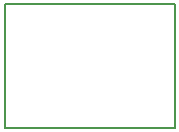
<source format=gko>
G04*
G04 #@! TF.GenerationSoftware,Altium Limited,Altium Designer,23.5.1 (21)*
G04*
G04 Layer_Color=16711935*
%FSTAX25Y25*%
%MOIN*%
G70*
G04*
G04 #@! TF.SameCoordinates,9B770568-E4F1-4D74-AB79-8317BF9A6C96*
G04*
G04*
G04 #@! TF.FilePolarity,Positive*
G04*
G01*
G75*
%ADD11C,0.00500*%
D11*
X0Y0D02*
Y0041436D01*
X0056496D01*
Y0D02*
Y0041436D01*
X0Y0D02*
X0056496D01*
M02*

</source>
